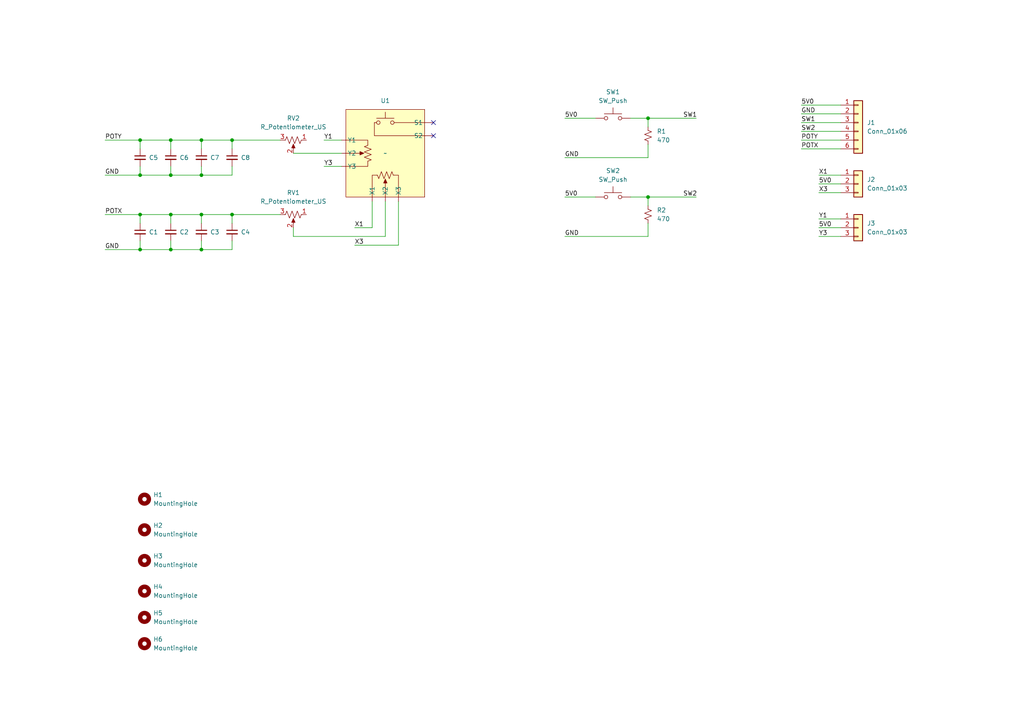
<source format=kicad_sch>
(kicad_sch (version 20230121) (generator eeschema)
  (paper "A4")
  (lib_symbols
    (symbol "AAA Local Symbols:Thumbstick" (pin_numbers hide)
      (property "Reference" "U" (at 0 13.97 0))
      (symbol "Thumbstick_0_1"
        (circle (center -2.032 8.89) (radius 0.508))
        (polyline (pts (xy -11.43 0) (xy -6.604 0)))
        (polyline (pts (xy -5.08 -2.286) (xy -5.08 -2.54)))
        (polyline (pts (xy -5.08 2.54) (xy -5.08 2.286)))
        (polyline (pts (xy -3.175 8.89) (xy -2.54 8.89)))
        (polyline (pts (xy -2.54 -6.35) (xy -2.286 -6.35)))
        (polyline (pts (xy 0 -12.7) (xy 0 -7.874)))
        (polyline (pts (xy 0 10.16) (xy 0 11.938)))
        (polyline (pts (xy 2.286 -6.35) (xy 2.54 -6.35)))
        (polyline (pts (xy 2.54 8.89) (xy 11.43 8.89)))
        (polyline (pts (xy 2.54 10.16) (xy -2.54 10.16)))
        (polyline (pts (xy -11.43 3.81) (xy -5.08 3.81) (xy -5.08 2.54)))
        (polyline (pts (xy -5.08 -2.54) (xy -5.08 -3.81) (xy -11.43 -3.81)))
        (polyline (pts (xy -3.81 -12.7) (xy -3.81 -6.35) (xy -2.54 -6.35)))
        (polyline (pts (xy 2.54 -6.35) (xy 3.81 -6.35) (xy 3.81 -12.7)))
        (polyline (pts (xy 11.43 5.08) (xy -3.175 5.08) (xy -3.175 8.89)))
        (polyline (pts (xy -6.223 0) (xy -7.366 0.508) (xy -7.366 -0.508) (xy -6.223 0)) (fill (type outline)))
        (polyline (pts (xy 0 -7.493) (xy -0.508 -8.636) (xy 0.508 -8.636) (xy 0 -7.493)) (fill (type outline)))
        (polyline (pts (xy -5.08 -0.762) (xy -6.096 -1.143) (xy -5.08 -1.524) (xy -4.064 -1.905) (xy -5.08 -2.286)))
        (polyline (pts (xy -5.08 0.762) (xy -6.096 0.381) (xy -5.08 0) (xy -4.064 -0.381) (xy -5.08 -0.762)))
        (polyline (pts (xy -5.08 2.286) (xy -6.096 1.905) (xy -5.08 1.524) (xy -4.064 1.143) (xy -5.08 0.762)))
        (polyline (pts (xy -2.286 -6.35) (xy -1.905 -7.366) (xy -1.524 -6.35) (xy -1.143 -5.334) (xy -0.762 -6.35)))
        (polyline (pts (xy -0.762 -6.35) (xy -0.381 -7.366) (xy 0 -6.35) (xy 0.381 -5.334) (xy 0.762 -6.35)))
        (polyline (pts (xy 0.762 -6.35) (xy 1.143 -7.366) (xy 1.524 -6.35) (xy 1.905 -5.334) (xy 2.286 -6.35)))
        (circle (center 2.032 8.89) (radius 0.508))
      )
      (symbol "Thumbstick_1_1"
        (rectangle (start -11.43 12.7) (end 11.43 -12.7) (fill (type background)))
        (pin passive line (at 13.97 8.89 180) (length 2.54) (name "S1") (number "S1"))
        (pin passive line (at 13.97 5.08 180) (length 2.54) (name "S2") (number "S2"))
        (pin passive line (at -3.81 -13.97 90) (length 1.27) (name "X1") (number "X1"))
        (pin passive line (at 0 -13.97 90) (length 1.27) (name "X2") (number "X2"))
        (pin passive line (at 3.81 -13.97 90) (length 1.27) (name "X3") (number "X3"))
        (pin passive line (at -12.7 3.81 0) (length 1.27) (name "Y1") (number "Y1"))
        (pin passive line (at -12.7 0 0) (length 1.27) (name "Y2") (number "Y2"))
        (pin passive line (at -12.7 -3.81 0) (length 1.27) (name "Y3") (number "Y3"))
      )
    )
    (symbol "Connector_Generic:Conn_01x03" (pin_names (offset 1.016) hide)
      (property "Reference" "J" (at 0 5.08 0))
      (property "Value" "Conn_01x03" (at 0 -5.08 0))
      (symbol "Conn_01x03_1_1"
        (rectangle (start -1.27 -2.413) (end 0 -2.667) (stroke (width 0.1524)))
        (rectangle (start -1.27 0.127) (end 0 -0.127) (stroke (width 0.1524)))
        (rectangle (start -1.27 2.667) (end 0 2.413) (stroke (width 0.1524)))
        (rectangle (start -1.27 3.81) (end 1.27 -3.81) (stroke (width 0.254)) (fill (type background)))
        (pin passive line (at -5.08 2.54 0) (length 3.81) (name "Pin_1") (number "1"))
        (pin passive line (at -5.08 0 0) (length 3.81) (name "Pin_2") (number "2"))
        (pin passive line (at -5.08 -2.54 0) (length 3.81) (name "Pin_3") (number "3"))
      )
    )
    (symbol "Connector_Generic:Conn_01x06" (pin_names (offset 1.016) hide)
      (property "Reference" "J" (at 0 7.62 0))
      (property "Value" "Conn_01x06" (at 0 -10.16 0))
      (symbol "Conn_01x06_1_1"
        (rectangle (start -1.27 -7.493) (end 0 -7.747) (stroke (width 0.1524)))
        (rectangle (start -1.27 -4.953) (end 0 -5.207) (stroke (width 0.1524)))
        (rectangle (start -1.27 -2.413) (end 0 -2.667) (stroke (width 0.1524)))
        (rectangle (start -1.27 0.127) (end 0 -0.127) (stroke (width 0.1524)))
        (rectangle (start -1.27 2.667) (end 0 2.413) (stroke (width 0.1524)))
        (rectangle (start -1.27 5.207) (end 0 4.953) (stroke (width 0.1524)))
        (rectangle (start -1.27 6.35) (end 1.27 -8.89) (stroke (width 0.254)) (fill (type background)))
        (pin passive line (at -5.08 5.08 0) (length 3.81) (name "Pin_1") (number "1"))
        (pin passive line (at -5.08 2.54 0) (length 3.81) (name "Pin_2") (number "2"))
        (pin passive line (at -5.08 0 0) (length 3.81) (name "Pin_3") (number "3"))
        (pin passive line (at -5.08 -2.54 0) (length 3.81) (name "Pin_4") (number "4"))
        (pin passive line (at -5.08 -5.08 0) (length 3.81) (name "Pin_5") (number "5"))
        (pin passive line (at -5.08 -7.62 0) (length 3.81) (name "Pin_6") (number "6"))
      )
    )
    (symbol "Device:C_Small" (pin_numbers hide) (pin_names (offset 0.254) hide)
      (property "Reference" "C" (at 0.254 1.778 0))
      (property "Value" "C_Small" (at 0.254 -2.032 0))
      (symbol "C_Small_0_1"
        (polyline (pts (xy -1.524 -0.508) (xy 1.524 -0.508)) (stroke (width 0.3302)))
        (polyline (pts (xy -1.524 0.508) (xy 1.524 0.508)) (stroke (width 0.3048)))
      )
      (symbol "C_Small_1_1"
        (pin passive line (at 0 2.54 270) (length 2.032) (name "~") (number "1"))
        (pin passive line (at 0 -2.54 90) (length 2.032) (name "~") (number "2"))
      )
    )
    (symbol "Device:R_Potentiometer_US" (pin_names (offset 1.016) hide)
      (property "Reference" "RV" (at -4.445 0 90))
      (property "Value" "R_Potentiometer_US" (at -2.54 0 90))
      (symbol "R_Potentiometer_US_0_1"
        (polyline (pts (xy 0 -2.286) (xy 0 -2.54)))
        (polyline (pts (xy 0 2.54) (xy 0 2.286)))
        (polyline (pts (xy 2.54 0) (xy 1.524 0)))
        (polyline (pts (xy 1.143 0) (xy 2.286 0.508) (xy 2.286 -0.508) (xy 1.143 0)) (fill (type outline)))
        (polyline (pts (xy 0 -0.762) (xy 1.016 -1.143) (xy 0 -1.524) (xy -1.016 -1.905) (xy 0 -2.286)))
        (polyline (pts (xy 0 0.762) (xy 1.016 0.381) (xy 0 0) (xy -1.016 -0.381) (xy 0 -0.762)))
        (polyline (pts (xy 0 2.286) (xy 1.016 1.905) (xy 0 1.524) (xy -1.016 1.143) (xy 0 0.762)))
      )
      (symbol "R_Potentiometer_US_1_1"
        (pin passive line (at 0 3.81 270) (length 1.27) (name "1") (number "1"))
        (pin passive line (at 3.81 0 180) (length 1.27) (name "2") (number "2"))
        (pin passive line (at 0 -3.81 90) (length 1.27) (name "3") (number "3"))
      )
    )
    (symbol "Device:R_Small_US" (pin_numbers hide) (pin_names (offset 0.254) hide)
      (property "Reference" "R" (at 0.762 0.508 0))
      (property "Value" "R_Small_US" (at 0.762 -1.016 0))
      (symbol "R_Small_US_1_1"
        (polyline (pts (xy 0 0) (xy 1.016 -0.381) (xy 0 -0.762) (xy -1.016 -1.143) (xy 0 -1.524)))
        (polyline (pts (xy 0 1.524) (xy 1.016 1.143) (xy 0 0.762) (xy -1.016 0.381) (xy 0 0)))
        (pin passive line (at 0 2.54 270) (length 1.016) (name "~") (number "1"))
        (pin passive line (at 0 -2.54 90) (length 1.016) (name "~") (number "2"))
      )
    )
    (symbol "Mechanical:MountingHole" (pin_names (offset 1.016))
      (property "Reference" "H" (at 0 5.08 0))
      (property "Value" "MountingHole" (at 0 3.175 0))
      (symbol "MountingHole_0_1"
        (circle (center 0 0) (radius 1.27) (stroke (width 1.27)))
      )
    )
    (symbol "Switch:SW_Push" (pin_numbers hide) (pin_names (offset 1.016) hide)
      (property "Reference" "SW" (at 1.27 2.54 0))
      (property "Value" "SW_Push" (at 0 -1.524 0))
      (symbol "SW_Push_0_1"
        (circle (center -2.032 0) (radius 0.508))
        (polyline (pts (xy 0 1.27) (xy 0 3.048)))
        (polyline (pts (xy 2.54 1.27) (xy -2.54 1.27)))
        (circle (center 2.032 0) (radius 0.508))
        (pin passive line (at -5.08 0 0) (length 2.54) (name "1") (number "1"))
        (pin passive line (at 5.08 0 180) (length 2.54) (name "2") (number "2"))
      )
    )
  )
  (junction (at 40.64 50.8))
  (junction (at 49.53 72.39))
  (junction (at 67.31 62.23))
  (junction (at 58.42 50.8))
  (junction (at 187.96 57.15))
  (junction (at 58.42 62.23))
  (junction (at 49.53 50.8))
  (junction (at 187.96 34.29))
  (junction (at 49.53 62.23))
  (junction (at 40.64 62.23))
  (junction (at 40.64 40.64))
  (junction (at 58.42 40.64))
  (junction (at 40.64 72.39))
  (junction (at 58.42 72.39))
  (junction (at 67.31 40.64))
  (junction (at 49.53 40.64))
  (no_connect (at 125.73 39.37))
  (no_connect (at 125.73 35.56))
  (wire (pts (xy 49.53 50.8) (xy 58.42 50.8)))
  (wire (pts (xy 40.64 69.85) (xy 40.64 72.39)))
  (wire (pts (xy 58.42 72.39) (xy 67.31 72.39)))
  (wire (pts (xy 182.88 34.29) (xy 187.96 34.29)))
  (wire (pts (xy 40.64 40.64) (xy 49.53 40.64)))
  (wire (pts (xy 67.31 72.39) (xy 67.31 69.85)))
  (wire (pts (xy 107.95 58.42) (xy 107.95 66.04)))
  (wire (pts (xy 58.42 48.26) (xy 58.42 50.8)))
  (wire (pts (xy 237.49 66.04) (xy 243.84 66.04)))
  (wire (pts (xy 237.49 53.34) (xy 243.84 53.34)))
  (wire (pts (xy 163.83 68.58) (xy 187.96 68.58)))
  (wire (pts (xy 58.42 69.85) (xy 58.42 72.39)))
  (wire (pts (xy 187.96 41.91) (xy 187.96 45.72)))
  (wire (pts (xy 85.09 44.45) (xy 99.06 44.45)))
  (wire (pts (xy 237.49 50.8) (xy 243.84 50.8)))
  (wire (pts (xy 93.98 40.64) (xy 99.06 40.64)))
  (wire (pts (xy 85.09 66.04) (xy 85.09 68.58)))
  (wire (pts (xy 58.42 62.23) (xy 58.42 64.77)))
  (wire (pts (xy 67.31 62.23) (xy 81.28 62.23)))
  (wire (pts (xy 58.42 50.8) (xy 67.31 50.8)))
  (wire (pts (xy 232.41 43.18) (xy 243.84 43.18)))
  (wire (pts (xy 58.42 40.64) (xy 58.42 43.18)))
  (wire (pts (xy 40.64 72.39) (xy 49.53 72.39)))
  (wire (pts (xy 40.64 43.18) (xy 40.64 40.64)))
  (wire (pts (xy 232.41 33.02) (xy 243.84 33.02)))
  (wire (pts (xy 30.48 50.8) (xy 40.64 50.8)))
  (wire (pts (xy 49.53 40.64) (xy 49.53 43.18)))
  (wire (pts (xy 49.53 40.64) (xy 58.42 40.64)))
  (wire (pts (xy 237.49 63.5) (xy 243.84 63.5)))
  (wire (pts (xy 40.64 64.77) (xy 40.64 62.23)))
  (wire (pts (xy 187.96 57.15) (xy 187.96 59.69)))
  (wire (pts (xy 102.87 66.04) (xy 107.95 66.04)))
  (wire (pts (xy 102.87 71.12) (xy 115.57 71.12)))
  (wire (pts (xy 49.53 62.23) (xy 49.53 64.77)))
  (wire (pts (xy 67.31 50.8) (xy 67.31 48.26)))
  (wire (pts (xy 187.96 34.29) (xy 187.96 36.83)))
  (wire (pts (xy 237.49 55.88) (xy 243.84 55.88)))
  (wire (pts (xy 85.09 68.58) (xy 111.76 68.58)))
  (wire (pts (xy 187.96 34.29) (xy 201.93 34.29)))
  (wire (pts (xy 67.31 62.23) (xy 67.31 64.77)))
  (wire (pts (xy 163.83 34.29) (xy 172.72 34.29)))
  (wire (pts (xy 187.96 57.15) (xy 201.93 57.15)))
  (wire (pts (xy 58.42 40.64) (xy 67.31 40.64)))
  (wire (pts (xy 232.41 38.1) (xy 243.84 38.1)))
  (wire (pts (xy 163.83 45.72) (xy 187.96 45.72)))
  (wire (pts (xy 187.96 64.77) (xy 187.96 68.58)))
  (wire (pts (xy 232.41 40.64) (xy 243.84 40.64)))
  (wire (pts (xy 93.98 48.26) (xy 99.06 48.26)))
  (wire (pts (xy 40.64 50.8) (xy 49.53 50.8)))
  (wire (pts (xy 67.31 40.64) (xy 67.31 43.18)))
  (wire (pts (xy 40.64 62.23) (xy 49.53 62.23)))
  (wire (pts (xy 58.42 62.23) (xy 67.31 62.23)))
  (wire (pts (xy 49.53 69.85) (xy 49.53 72.39)))
  (wire (pts (xy 232.41 30.48) (xy 243.84 30.48)))
  (wire (pts (xy 30.48 72.39) (xy 40.64 72.39)))
  (wire (pts (xy 182.88 57.15) (xy 187.96 57.15)))
  (wire (pts (xy 30.48 40.64) (xy 40.64 40.64)))
  (wire (pts (xy 49.53 72.39) (xy 58.42 72.39)))
  (wire (pts (xy 163.83 57.15) (xy 172.72 57.15)))
  (wire (pts (xy 49.53 48.26) (xy 49.53 50.8)))
  (wire (pts (xy 111.76 58.42) (xy 111.76 68.58)))
  (wire (pts (xy 67.31 40.64) (xy 81.28 40.64)))
  (wire (pts (xy 237.49 68.58) (xy 243.84 68.58)))
  (wire (pts (xy 40.64 48.26) (xy 40.64 50.8)))
  (wire (pts (xy 115.57 58.42) (xy 115.57 71.12)))
  (wire (pts (xy 232.41 35.56) (xy 243.84 35.56)))
  (wire (pts (xy 30.48 62.23) (xy 40.64 62.23)))
  (wire (pts (xy 49.53 62.23) (xy 58.42 62.23)))
  (label "POTY" (at 30.48 40.64 0))
  (label "SW2" (at 232.41 38.1 0))
  (label "Y3" (at 237.49 68.58 0))
  (label "5V0" (at 232.41 30.48 0))
  (label "Y1" (at 237.49 63.5 0))
  (label "X3" (at 102.87 71.12 0))
  (label "GND" (at 163.83 68.58 0))
  (label "GND" (at 232.41 33.02 0))
  (label "SW2" (at 198.12 57.15 0))
  (label "GND" (at 30.48 50.8 0))
  (label "5V0" (at 163.83 34.29 0))
  (label "X1" (at 237.49 50.8 0))
  (label "POTY" (at 232.41 40.64 0))
  (label "GND" (at 30.48 72.39 0))
  (label "5V0" (at 237.49 53.34 0))
  (label "5V0" (at 237.49 66.04 0))
  (label "Y3" (at 93.98 48.26 0))
  (label "X1" (at 102.87 66.04 0))
  (label "GND" (at 163.83 45.72 0))
  (label "X3" (at 237.49 55.88 0))
  (label "SW1" (at 198.12 34.29 0))
  (label "SW1" (at 232.41 35.56 0))
  (label "POTX" (at 232.41 43.18 0))
  (label "Y1" (at 93.98 40.64 0))
  (label "POTX" (at 30.48 62.23 0))
  (label "5V0" (at 163.83 57.15 0))
  (symbol (lib_id "Device:C_Small") (at 67.31 67.31 0) (unit 1)
    (property "Reference" "C4" (at 69.85 67.3163 0) (effects (justify left)))
    (property "Value" "C_Small" (effects hide))
    (property "Footprint" "Capacitor_SMD:C_0603_1608Metric_Pad1.08x0.95mm_HandSolder" (effects hide))
  )
  (symbol (lib_id "Device:C_Small") (at 58.42 45.72 0) (unit 1)
    (property "Reference" "C7" (at 60.96 45.7263 0) (effects (justify left)))
    (property "Value" "C_Small" (effects hide))
    (property "Footprint" "Capacitor_SMD:C_0603_1608Metric_Pad1.08x0.95mm_HandSolder" (effects hide))
  )
  (symbol (lib_id "Device:C_Small") (at 40.64 45.72 0) (unit 1)
    (property "Reference" "C5" (at 43.18 45.7263 0) (effects (justify left)))
    (property "Value" "C_Small" (effects hide))
    (property "Footprint" "Capacitor_SMD:C_0603_1608Metric_Pad1.08x0.95mm_HandSolder" (effects hide))
  )
  (symbol (lib_id "Mechanical:MountingHole") (at 41.91 179.07 0) (unit 1)
    (property "Reference" "H5" (at 44.45 177.8 0) (effects (justify left)))
    (property "Value" "MountingHole" (at 44.45 180.34 0) (effects (justify left)))
    (property "Footprint" "MountingHole:MountingHole_3.2mm_M3" (effects hide))
  )
  (symbol (lib_id "Switch:SW_Push") (at 177.8 34.29 0) (unit 1)
    (property "Reference" "SW1" (at 177.8 26.67 0))
    (property "Value" "SW_Push" (at 177.8 29.21 0))
    (property "Footprint" "AAA Local Footprints:Tact_Switch_CUI_TS13" (effects hide))
  )
  (symbol (lib_id "AAA Local Symbols:Thumbstick") (at 111.76 44.45 0) (unit 1)
    (property "Reference" "U1" (at 111.76 29.21 0))
    (property "Value" "~" (at 111.76 44.45 0))
    (property "Footprint" "AAA Local Footprints:Thumbstick" (effects hide))
  )
  (symbol (lib_id "Connector_Generic:Conn_01x06") (at 248.92 35.56 0) (unit 1)
    (property "Reference" "J1" (at 251.46 35.56 0) (effects (justify left)))
    (property "Value" "Conn_01x06" (at 251.46 38.1 0) (effects (justify left)))
    (property "Footprint" "Connector_PinHeader_2.54mm:PinHeader_1x06_P2.54mm_Vertical" (effects hide))
  )
  (symbol (lib_id "Mechanical:MountingHole") (at 41.91 144.78 0) (unit 1)
    (property "Reference" "H1" (at 44.45 143.51 0) (effects (justify left)))
    (property "Value" "MountingHole" (at 44.45 146.05 0) (effects (justify left)))
    (property "Footprint" "MountingHole:MountingHole_3.2mm_M3" (effects hide))
  )
  (symbol (lib_id "Device:R_Potentiometer_US") (at 85.09 40.64 270) (unit 1)
    (property "Reference" "RV2" (at 85.09 34.29 90))
    (property "Value" "R_Potentiometer_US" (at 85.09 36.83 90))
    (property "Footprint" "AAA Local Footprints:Trim_Pot_Bourns_3306W" (effects hide))
  )
  (symbol (lib_id "Device:C_Small") (at 58.42 67.31 0) (unit 1)
    (property "Reference" "C3" (at 60.96 67.3163 0) (effects (justify left)))
    (property "Value" "C_Small" (effects hide))
    (property "Footprint" "Capacitor_SMD:C_0603_1608Metric_Pad1.08x0.95mm_HandSolder" (effects hide))
  )
  (symbol (lib_id "Device:R_Small_US") (at 187.96 39.37 0) (unit 1)
    (property "Reference" "R1" (at 190.5 38.1 0) (effects (justify left)))
    (property "Value" "470" (at 190.5 40.64 0) (effects (justify left)))
    (property "Footprint" "Resistor_SMD:R_0603_1608Metric_Pad0.98x0.95mm_HandSolder" (effects hide))
  )
  (symbol (lib_id "Device:C_Small") (at 40.64 67.31 0) (unit 1)
    (property "Reference" "C1" (at 43.18 67.3163 0) (effects (justify left)))
    (property "Value" "C_Small" (effects hide))
    (property "Footprint" "Capacitor_SMD:C_0603_1608Metric_Pad1.08x0.95mm_HandSolder" (effects hide))
  )
  (symbol (lib_id "Mechanical:MountingHole") (at 41.91 162.56 0) (unit 1)
    (property "Reference" "H3" (at 44.45 161.29 0) (effects (justify left)))
    (property "Value" "MountingHole" (at 44.45 163.83 0) (effects (justify left)))
    (property "Footprint" "MountingHole:MountingHole_3.2mm_M3" (effects hide))
  )
  (symbol (lib_id "Device:C_Small") (at 67.31 45.72 0) (unit 1)
    (property "Reference" "C8" (at 69.85 45.7263 0) (effects (justify left)))
    (property "Value" "C_Small" (effects hide))
    (property "Footprint" "Capacitor_SMD:C_0603_1608Metric_Pad1.08x0.95mm_HandSolder" (effects hide))
  )
  (symbol (lib_id "Mechanical:MountingHole") (at 41.91 171.45 0) (unit 1)
    (property "Reference" "H4" (at 44.45 170.18 0) (effects (justify left)))
    (property "Value" "MountingHole" (at 44.45 172.72 0) (effects (justify left)))
    (property "Footprint" "MountingHole:MountingHole_3.2mm_M3" (effects hide))
  )
  (symbol (lib_id "Connector_Generic:Conn_01x03") (at 248.92 66.04 0) (unit 1)
    (property "Reference" "J3" (at 251.46 64.77 0) (effects (justify left)))
    (property "Value" "Conn_01x03" (at 251.46 67.31 0) (effects (justify left)))
    (property "Footprint" "Connector_PinHeader_2.54mm:PinHeader_1x03_P2.54mm_Vertical" (effects hide))
  )
  (symbol (lib_id "Switch:SW_Push") (at 177.8 57.15 0) (unit 1)
    (property "Reference" "SW2" (at 177.8 49.53 0))
    (property "Value" "SW_Push" (at 177.8 52.07 0))
    (property "Footprint" "AAA Local Footprints:Tact_Switch_CUI_TS13" (effects hide))
  )
  (symbol (lib_id "Device:C_Small") (at 49.53 67.31 0) (unit 1)
    (property "Reference" "C2" (at 52.07 67.3163 0) (effects (justify left)))
    (property "Value" "C_Small" (effects hide))
    (property "Footprint" "Capacitor_SMD:C_0603_1608Metric_Pad1.08x0.95mm_HandSolder" (effects hide))
  )
  (symbol (lib_id "Device:C_Small") (at 49.53 45.72 0) (unit 1)
    (property "Reference" "C6" (at 52.07 45.7263 0) (effects (justify left)))
    (property "Value" "C_Small" (effects hide))
    (property "Footprint" "Capacitor_SMD:C_0603_1608Metric_Pad1.08x0.95mm_HandSolder" (effects hide))
  )
  (symbol (lib_id "Device:R_Potentiometer_US") (at 85.09 62.23 270) (unit 1)
    (property "Reference" "RV1" (at 85.09 55.88 90))
    (property "Value" "R_Potentiometer_US" (at 85.09 58.42 90))
    (property "Footprint" "AAA Local Footprints:Trim_Pot_Bourns_3306W" (effects hide))
  )
  (symbol (lib_id "Connector_Generic:Conn_01x03") (at 248.92 53.34 0) (unit 1)
    (property "Reference" "J2" (at 251.46 52.07 0) (effects (justify left)))
    (property "Value" "Conn_01x03" (at 251.46 54.61 0) (effects (justify left)))
    (property "Footprint" "Connector_PinHeader_2.54mm:PinHeader_1x03_P2.54mm_Vertical" (effects hide))
  )
  (symbol (lib_id "Mechanical:MountingHole") (at 41.91 153.67 0) (unit 1)
    (property "Reference" "H2" (at 44.45 152.4 0) (effects (justify left)))
    (property "Value" "MountingHole" (at 44.45 154.94 0) (effects (justify left)))
    (property "Footprint" "MountingHole:MountingHole_3.2mm_M3" (effects hide))
  )
  (symbol (lib_id "Device:R_Small_US") (at 187.96 62.23 180) (unit 1)
    (property "Reference" "R2" (at 190.5 60.96 0) (effects (justify right)))
    (property "Value" "470" (at 190.5 63.5 0) (effects (justify right)))
    (property "Footprint" "Resistor_SMD:R_0603_1608Metric_Pad0.98x0.95mm_HandSolder" (effects hide))
  )
  (symbol (lib_id "Mechanical:MountingHole") (at 41.91 186.69 0) (unit 1)
    (property "Reference" "H6" (at 44.45 185.42 0) (effects (justify left)))
    (property "Value" "MountingHole" (at 44.45 187.96 0) (effects (justify left)))
    (property "Footprint" "MountingHole:MountingHole_3.2mm_M3" (effects hide))
  )
)
</source>
